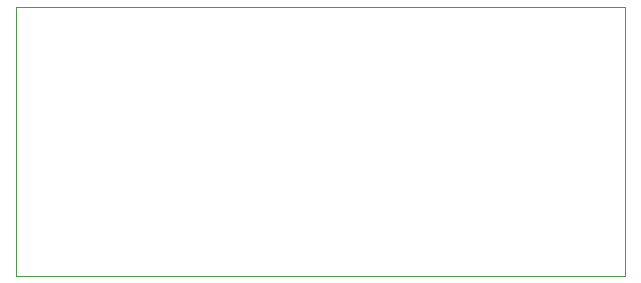
<source format=gbr>
%TF.GenerationSoftware,KiCad,Pcbnew,(5.1.10)-1*%
%TF.CreationDate,2023-08-21T21:32:28-05:00*%
%TF.ProjectId,auxFilter,61757846-696c-4746-9572-2e6b69636164,rev?*%
%TF.SameCoordinates,Original*%
%TF.FileFunction,Profile,NP*%
%FSLAX46Y46*%
G04 Gerber Fmt 4.6, Leading zero omitted, Abs format (unit mm)*
G04 Created by KiCad (PCBNEW (5.1.10)-1) date 2023-08-21 21:32:28*
%MOMM*%
%LPD*%
G01*
G04 APERTURE LIST*
%TA.AperFunction,Profile*%
%ADD10C,0.050000*%
%TD*%
G04 APERTURE END LIST*
D10*
X114300000Y-116840000D02*
X112585500Y-116840000D01*
X114300000Y-94043500D02*
X112585500Y-94043500D01*
X162814000Y-116840000D02*
X164211000Y-116840000D01*
X162814000Y-94043500D02*
X164211000Y-94043500D01*
X164211000Y-116840000D02*
X164211000Y-116586000D01*
X114300000Y-116840000D02*
X162814000Y-116840000D01*
X112585500Y-116586000D02*
X112585500Y-116840000D01*
X162814000Y-94043500D02*
X162750500Y-94043500D01*
X164211000Y-116586000D02*
X164211000Y-94043500D01*
X114300000Y-94043500D02*
X162750500Y-94043500D01*
X112585500Y-94551500D02*
X112585500Y-116586000D01*
X112585500Y-94043500D02*
X112585500Y-94551500D01*
M02*

</source>
